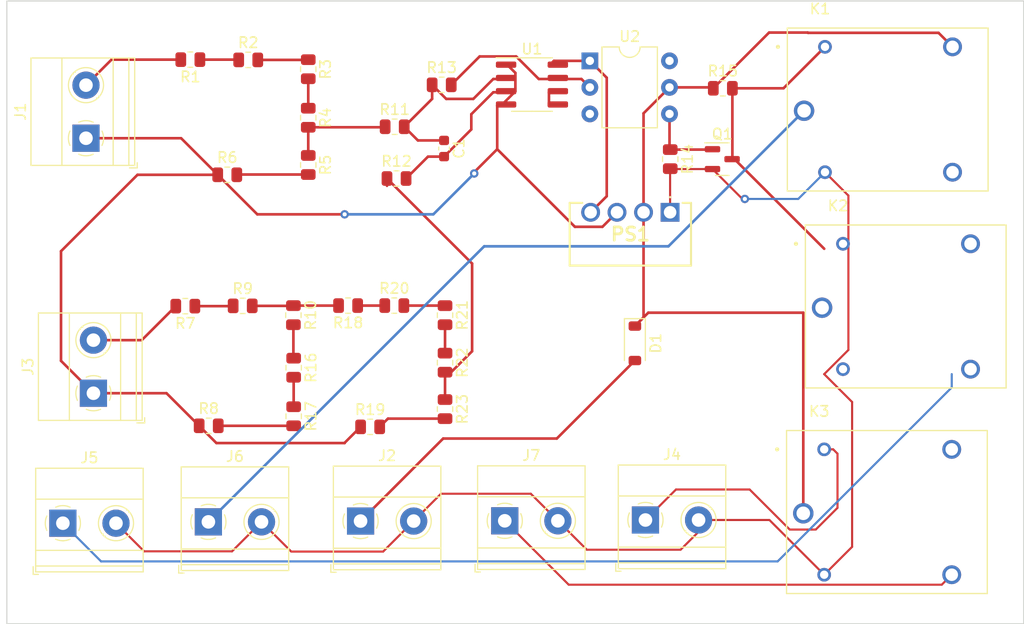
<source format=kicad_pcb>
(kicad_pcb (version 20221018) (generator pcbnew)
  (layers (0 "F.Cu" signal) (31 "B.Cu" signal) (34 "B.Paste" user) (35 "F.Paste" user) (36 "B.SilkS" user "B.Silkscreen") (37 "F.SilkS" user "F.Silkscreen") (38 "B.Mask" user) (39 "F.Mask" user) (44 "Edge.Cuts" user))
  (net 0 "")
  (net 1 "Net-(U1-+)")
  (net 2 "Net-(U1--)")
  (net 3 "GND")
  (net 4 "VCC")
  (net 5 "Net-(D1-A)")
  (net 6 "Net-(J1-Pin_2)")
  (net 7 "SDC-")
  (net 8 "Net-(J3-Pin_2)")
  (net 9 "SDC+")
  (net 10 "AIR+")
  (net 11 "precharge")
  (net 12 "AIR-")
  (net 14 "rpower")
  (net 17 "+12V")
  (net 18 "Net-(Q1-G)")
  (net 19 "Net-(R1-Pad1)")
  (net 20 "Net-(R2-Pad2)")
  (net 21 "Net-(R3-Pad2)")
  (net 22 "Net-(R11-Pad1)")
  (net 23 "Net-(R5-Pad2)")
  (net 24 "Net-(R7-Pad1)")
  (net 25 "Net-(R17-Pad2)")
  (net 26 "Net-(R10-Pad1)")
  (net 27 "Net-(R10-Pad2)")
  (net 28 "Net-(R12-Pad1)")
  (net 29 "Net-(R13-Pad2)")
  (net 30 "Net-(R16-Pad2)")
  (net 31 "Net-(R18-Pad1)")
  (net 32 "Net-(R19-Pad2)")
  (net 33 "Net-(R20-Pad2)")
  (net 34 "Net-(R21-Pad2)")
  (net 35 "Net-(U1-BAL)")
  (footprint "SRD-12VDC-SL-C:RELAY_SRD-12VDC-SL-C" (layer "F.Cu") (at 123.2876 63.6072)
    (fp_text reference "K2" (at -6.575 -9.635) (layer "F.SilkS"))
    (fp_text value "SRD-12VDC-SL-C")
    (pad "COIL1" thru_hole circle (at -6.1 -6) (size 1.308 1.308) (drill 0.8) (layers "*.Cu" "*.Mask") (net 14 "rpower"))
    (pad "COIL2" thru_hole circle (at -6.1 6) (size 1.308 1.308) (drill 0.8) (layers "*.Cu" "*.Mask") (net 7 "SDC-"))
    (pad "COM" thru_hole circle (at -8.1 0.12) (size 1.95 1.95) (drill 1.3) (layers "*.Cu" "*.Mask") (net 4 "VCC"))
    (pad "NC" thru_hole circle (at 6.1 -6) (size 1.8 1.8) (drill 1.2) (layers "*.Cu" "*.Mask"))
    (pad "NO" thru_hole circle (at 6.1 6) (size 1.8 1.8) (drill 1.2) (layers "*.Cu" "*.Mask") (net 10 "AIR+"))
  )
  (footprint "TerminalBlock_Phoenix:TerminalBlock_Phoenix_MKDS-1,5-2-5.08_1x02_P5.08mm_Horizontal" (layer "F.Cu") (at 42.5704 84.3534)
    (fp_text reference "J5" (at 2.54 -6.26) (layer "F.SilkS"))
    (fp_text value "Screw_Terminal_01x02")
    (pad "1" thru_hole rect (at 0 0) (size 2.6 2.6) (drill 1.3) (layers "*.Cu" "*.Mask") (net 10 "AIR+"))
    (pad "2" thru_hole circle (at 5.08 0) (size 2.6 2.6) (drill 1.3) (layers "*.Cu" "*.Mask") (net 7 "SDC-"))
  )
  (footprint "SRD-12VDC-SL-C:RELAY_SRD-12VDC-SL-C" (layer "F.Cu") (at 121.5644 44.7548)
    (fp_text reference "K1" (at -6.575 -9.635) (layer "F.SilkS"))
    (fp_text value "SRD-12VDC-SL-C")
    (pad "COIL1" thru_hole circle (at -6.1 -6) (size 1.308 1.308) (drill 0.8) (layers "*.Cu" "*.Mask") (net 14 "rpower"))
    (pad "COIL2" thru_hole circle (at -6.1 6) (size 1.308 1.308) (drill 0.8) (layers "*.Cu" "*.Mask") (net 7 "SDC-"))
    (pad "COM" thru_hole circle (at -8.1 0.12) (size 1.95 1.95) (drill 1.3) (layers "*.Cu" "*.Mask") (net 11 "precharge"))
    (pad "NC" thru_hole circle (at 6.1 -6) (size 1.8 1.8) (drill 1.2) (layers "*.Cu" "*.Mask") (net 4 "VCC"))
    (pad "NO" thru_hole circle (at 6.1 6) (size 1.8 1.8) (drill 1.2) (layers "*.Cu" "*.Mask"))
  )
  (footprint "Resistor_SMD:R_0805_2012Metric" (layer "F.Cu") (at 54.7624 39.9796 180)
    (fp_text reference "R1" (at 0 -1.65) (layer "F.SilkS"))
    (fp_text value "120k")
    (pad "1" smd roundrect (at -0.9125 0 180) (size 1.025 1.4) (layers "F.Cu" "F.Paste" "F.Mask") (roundrect_rratio 0.243902) (net 19 "Net-(R1-Pad1)"))
    (pad "2" smd roundrect (at 0.9125 0 180) (size 1.025 1.4) (layers "F.Cu" "F.Paste" "F.Mask") (roundrect_rratio 0.243902) (net 6 "Net-(J1-Pin_2)"))
  )
  (footprint "TerminalBlock_Phoenix:TerminalBlock_Phoenix_MKDS-1,5-2-5.08_1x02_P5.08mm_Horizontal" (layer "F.Cu") (at 44.7804 47.503 90)
    (fp_text reference "J1" (at 2.54 -6.26 90) (layer "F.SilkS"))
    (fp_text value "Conn_01x02_Socket")
    (pad "1" thru_hole rect (at 0 0 90) (size 2.6 2.6) (drill 1.3) (layers "*.Cu" "*.Mask") (net 3 "GND"))
    (pad "2" thru_hole circle (at 5.08 0 90) (size 2.6 2.6) (drill 1.3) (layers "*.Cu" "*.Mask") (net 6 "Net-(J1-Pin_2)"))
  )
  (footprint "Resistor_SMD:R_0805_2012Metric" (layer "F.Cu") (at 74.484 51.3588)
    (fp_text reference "R12" (at 0 -1.65) (layer "F.SilkS"))
    (fp_text value "100")
    (pad "1" smd roundrect (at -0.9125 0) (size 1.025 1.4) (layers "F.Cu" "F.Paste" "F.Mask") (roundrect_rratio 0.243902) (net 28 "Net-(R12-Pad1)"))
    (pad "2" smd roundrect (at 0.9125 0) (size 1.025 1.4) (layers "F.Cu" "F.Paste" "F.Mask") (roundrect_rratio 0.243902) (net 2 "Net-(U1--)"))
  )
  (footprint "Resistor_SMD:R_0805_2012Metric" (layer "F.Cu") (at 59.7681 63.5508)
    (fp_text reference "R9" (at 0 -1.65) (layer "F.SilkS"))
    (fp_text value "10k")
    (pad "1" smd roundrect (at -0.9125 0) (size 1.025 1.4) (layers "F.Cu" "F.Paste" "F.Mask") (roundrect_rratio 0.243902) (net 24 "Net-(R7-Pad1)"))
    (pad "2" smd roundrect (at 0.9125 0) (size 1.025 1.4) (layers "F.Cu" "F.Paste" "F.Mask") (roundrect_rratio 0.243902) (net 26 "Net-(R10-Pad1)"))
  )
  (footprint "Resistor_SMD:R_0805_2012Metric" (layer "F.Cu") (at 64.6195 64.4398 -90)
    (fp_text reference "R10" (at 0 -1.65 90) (layer "F.SilkS"))
    (fp_text value "120k")
    (pad "1" smd roundrect (at -0.9125 0 270) (size 1.025 1.4) (layers "F.Cu" "F.Paste" "F.Mask") (roundrect_rratio 0.243902) (net 26 "Net-(R10-Pad1)"))
    (pad "2" smd roundrect (at 0.9125 0 270) (size 1.025 1.4) (layers "F.Cu" "F.Paste" "F.Mask") (roundrect_rratio 0.243902) (net 27 "Net-(R10-Pad2)"))
  )
  (footprint "Resistor_SMD:R_0805_2012Metric" (layer "F.Cu") (at 64.6449 69.469 -90)
    (fp_text reference "R16" (at 0 -1.65 90) (layer "F.SilkS"))
    (fp_text value "120k")
    (pad "1" smd roundrect (at -0.9125 0 270) (size 1.025 1.4) (layers "F.Cu" "F.Paste" "F.Mask") (roundrect_rratio 0.243902) (net 27 "Net-(R10-Pad2)"))
    (pad "2" smd roundrect (at 0.9125 0 270) (size 1.025 1.4) (layers "F.Cu" "F.Paste" "F.Mask") (roundrect_rratio 0.243902) (net 30 "Net-(R16-Pad2)"))
  )
  (footprint "Resistor_SMD:R_0805_2012Metric" (layer "F.Cu") (at 100.6625 49.5046 -90)
    (fp_text reference "R14" (at 0 -1.65 90) (layer "F.SilkS"))
    (fp_text value "10k")
    (pad "1" smd roundrect (at -0.9125 0 270) (size 1.025 1.4) (layers "F.Cu" "F.Paste" "F.Mask") (roundrect_rratio 0.243902) (net 18 "Net-(Q1-G)"))
    (pad "2" smd roundrect (at 0.9125 0 270) (size 1.025 1.4) (layers "F.Cu" "F.Paste" "F.Mask") (roundrect_rratio 0.243902) (net 7 "SDC-"))
  )
  (footprint "Resistor_SMD:R_0805_2012Metric" (layer "F.Cu") (at 69.8519 63.5254 180)
    (fp_text reference "R18" (at 0 -1.65) (layer "F.SilkS"))
    (fp_text value "120k")
    (pad "1" smd roundrect (at -0.9125 0 180) (size 1.025 1.4) (layers "F.Cu" "F.Paste" "F.Mask") (roundrect_rratio 0.243902) (net 31 "Net-(R18-Pad1)"))
    (pad "2" smd roundrect (at 0.9125 0 180) (size 1.025 1.4) (layers "F.Cu" "F.Paste" "F.Mask") (roundrect_rratio 0.243902) (net 26 "Net-(R10-Pad1)"))
  )
  (footprint "TerminalBlock_Phoenix:TerminalBlock_Phoenix_MKDS-1,5-2-5.08_1x02_P5.08mm_Horizontal" (layer "F.Cu") (at 71.0438 84.1502)
    (fp_text reference "J2" (at 2.54 -6.26) (layer "F.SilkS"))
    (fp_text value "Screw_Terminal_01x02")
    (pad "1" thru_hole rect (at 0 0) (size 2.6 2.6) (drill 1.3) (layers "*.Cu" "*.Mask") (net 5 "Net-(D1-A)"))
    (pad "2" thru_hole circle (at 5.08 0) (size 2.6 2.6) (drill 1.3) (layers "*.Cu" "*.Mask") (net 7 "SDC-"))
  )
  (footprint "Resistor_SMD:R_0805_2012Metric" (layer "F.Cu") (at 66.04 45.5422 -90)
    (fp_text reference "R4" (at 0 -1.65 90) (layer "F.SilkS"))
    (fp_text value "2k")
    (pad "1" smd roundrect (at -0.9125 0 270) (size 1.025 1.4) (layers "F.Cu" "F.Paste" "F.Mask") (roundrect_rratio 0.243902) (net 21 "Net-(R3-Pad2)"))
    (pad "2" smd roundrect (at 0.9125 0 270) (size 1.025 1.4) (layers "F.Cu" "F.Paste" "F.Mask") (roundrect_rratio 0.243902) (net 22 "Net-(R11-Pad1)"))
  )
  (footprint "TerminalBlock_Phoenix:TerminalBlock_Phoenix_MKDS-1,5-2-5.08_1x02_P5.08mm_Horizontal" (layer "F.Cu") (at 98.293 84.0488)
    (fp_text reference "J4" (at 2.54 -6.26) (layer "F.SilkS"))
    (fp_text value "Screw_Terminal_01x02")
    (pad "1" thru_hole rect (at 0 0) (size 2.6 2.6) (drill 1.3) (layers "*.Cu" "*.Mask") (net 9 "SDC+"))
    (pad "2" thru_hole circle (at 5.08 0) (size 2.6 2.6) (drill 1.3) (layers "*.Cu" "*.Mask") (net 7 "SDC-"))
  )
  (footprint "TerminalBlock_Phoenix:TerminalBlock_Phoenix_MKDS-1,5-2-5.08_1x02_P5.08mm_Horizontal" (layer "F.Cu") (at 45.4935 71.9124 90)
    (fp_text reference "J3" (at 2.54 -6.26 90) (layer "F.SilkS"))
    (fp_text value "Conn_01x02_Socket")
    (pad "1" thru_hole rect (at 0 0 90) (size 2.6 2.6) (drill 1.3) (layers "*.Cu" "*.Mask") (net 3 "GND"))
    (pad "2" thru_hole circle (at 5.08 0 90) (size 2.6 2.6) (drill 1.3) (layers "*.Cu" "*.Mask") (net 8 "Net-(J3-Pin_2)"))
  )
  (footprint "Resistor_SMD:R_0805_2012Metric" (layer "F.Cu") (at 105.6936 42.7228)
    (fp_text reference "R15" (at 0 -1.65) (layer "F.SilkS"))
    (fp_text value "22k")
    (pad "1" smd roundrect (at -0.9125 0) (size 1.025 1.4) (layers "F.Cu" "F.Paste" "F.Mask") (roundrect_rratio 0.243902) (net 4 "VCC"))
    (pad "2" smd roundrect (at 0.9125 0) (size 1.025 1.4) (layers "F.Cu" "F.Paste" "F.Mask") (roundrect_rratio 0.243902) (net 14 "rpower"))
  )
  (footprint "SRD-12VDC-SL-C:RELAY_SRD-12VDC-SL-C" (layer "F.Cu") (at 121.4882 83.2866)
    (fp_text reference "K3" (at -6.575 -9.635) (layer "F.SilkS"))
    (fp_text value "SRD-12VDC-SL-C")
    (pad "COIL1" thru_hole circle (at -6.1 -6) (size 1.308 1.308) (drill 0.8) (layers "*.Cu" "*.Mask") (net 9 "SDC+"))
    (pad "COIL2" thru_hole circle (at -6.1 6) (size 1.308 1.308) (drill 0.8) (layers "*.Cu" "*.Mask") (net 7 "SDC-"))
    (pad "COM" thru_hole circle (at -8.1 0.12) (size 1.95 1.95) (drill 1.3) (layers "*.Cu" "*.Mask") (net 4 "VCC"))
    (pad "NC" thru_hole circle (at 6.1 -6) (size 1.8 1.8) (drill 1.2) (layers "*.Cu" "*.Mask"))
    (pad "NO" thru_hole circle (at 6.1 6) (size 1.8 1.8) (drill 1.2) (layers "*.Cu" "*.Mask") (net 12 "AIR-"))
  )
  (footprint "Package_SO:SOIC-8_3.9x4.9mm_P1.27mm" (layer "F.Cu") (at 87.438 42.3672)
    (fp_text reference "U1" (at 0 -3.4) (layer "F.SilkS"))
    (fp_text value "LM311")
    (pad "1" smd roundrect (at -2.475 -1.905) (size 1.95 0.6) (layers "F.Cu" "F.Paste" "F.Mask") (net 3 "GND"))
    (pad "2" smd roundrect (at -2.475 -0.635) (size 1.95 0.6) (layers "F.Cu" "F.Paste" "F.Mask") (net 1 "Net-(U1-+)"))
    (pad "3" smd roundrect (at -2.475 0.635) (size 1.95 0.6) (layers "F.Cu" "F.Paste" "F.Mask") (net 2 "Net-(U1--)"))
    (pad "4" smd roundrect (at -2.475 1.905) (size 1.95 0.6) (layers "F.Cu" "F.Paste" "F.Mask") (net 3 "GND"))
    (pad "5" smd roundrect (at 2.475 1.905) (size 1.95 0.6) (layers "F.Cu" "F.Paste" "F.Mask") (net 35 "Net-(U1-BAL)"))
    (pad "6" smd roundrect (at 2.475 0.635) (size 1.95 0.6) (layers "F.Cu" "F.Paste" "F.Mask") (net 35 "Net-(U1-BAL)"))
    (pad "7" smd roundrect (at 2.475 -0.635) (size 1.95 0.6) (layers "F.Cu" "F.Paste" "F.Mask") (net 29 "Net-(R13-Pad2)"))
    (pad "8" smd roundrect (at 2.475 -1.905) (size 1.95 0.6) (layers "F.Cu" "F.Paste" "F.Mask") (net 17 "+12V"))
  )
  (footprint "Resistor_SMD:R_0805_2012Metric" (layer "F.Cu") (at 79.1229 64.4417 -90)
    (fp_text reference "R21" (at 0 -1.65 90) (layer "F.SilkS"))
    (fp_text value "82k")
    (pad "1" smd roundrect (at -0.9125 0 270) (size 1.025 1.4) (layers "F.Cu" "F.Paste" "F.Mask") (roundrect_rratio 0.243902) (net 33 "Net-(R20-Pad2)"))
    (pad "2" smd roundrect (at 0.9125 0 270) (size 1.025 1.4) (layers "F.Cu" "F.Paste" "F.Mask") (roundrect_rratio 0.243902) (net 34 "Net-(R21-Pad2)"))
  )
  (footprint "Resistor_SMD:R_0805_2012Metric" (layer "F.Cu") (at 79.1229 68.9864 -90)
    (fp_text reference "R22" (at 0 -1.65 90) (layer "F.SilkS"))
    (fp_text value "2k")
    (pad "1" smd roundrect (at -0.9125 0 270) (size 1.025 1.4) (layers "F.Cu" "F.Paste" "F.Mask") (roundrect_rratio 0.243902) (net 34 "Net-(R21-Pad2)"))
    (pad "2" smd roundrect (at 0.9125 0 270) (size 1.025 1.4) (layers "F.Cu" "F.Paste" "F.Mask") (roundrect_rratio 0.243902) (net 28 "Net-(R12-Pad1)"))
  )
  (footprint "Capacitor_SMD:C_0603_1608Metric" (layer "F.Cu") (at 79.0306 48.4886 -90)
    (fp_text reference "C1" (at 0 -1.43 90) (layer "F.SilkS"))
    (fp_text value "10n")
    (pad "1" smd roundrect (at -0.775 0 270) (size 0.9 0.95) (layers "F.Cu" "F.Paste" "F.Mask") (net 1 "Net-(U1-+)"))
    (pad "2" smd roundrect (at 0.775 0 270) (size 0.9 0.95) (layers "F.Cu" "F.Paste" "F.Mask") (net 2 "Net-(U1--)"))
  )
  (footprint "Resistor_SMD:R_0805_2012Metric" (layer "F.Cu") (at 74.2715 63.5254)
    (fp_text reference "R20" (at 0 -1.65) (layer "F.SilkS"))
    (fp_text value "120k")
    (pad "1" smd roundrect (at -0.9125 0) (size 1.025 1.4) (layers "F.Cu" "F.Paste" "F.Mask") (roundrect_rratio 0.243902) (net 31 "Net-(R18-Pad1)"))
    (pad "2" smd roundrect (at 0.9125 0) (size 1.025 1.4) (layers "F.Cu" "F.Paste" "F.Mask") (roundrect_rratio 0.243902) (net 33 "Net-(R20-Pad2)"))
  )
  (footprint "Package_TO_SOT_SMD:SOT-23" (layer "F.Cu") (at 105.6409 49.5046)
    (fp_text reference "Q1" (at 0 -2.4) (layer "F.SilkS"))
    (fp_text value "2N7002")
    (pad "1" smd roundrect (at -0.9375 -0.95) (size 1.475 0.6) (layers "F.Cu" "F.Paste" "F.Mask") (net 18 "Net-(Q1-G)"))
    (pad "2" smd roundrect (at -0.9375 0.95) (size 1.475 0.6) (layers "F.Cu" "F.Paste" "F.Mask") (net 7 "SDC-"))
    (pad "3" smd roundrect (at 0.9375 0) (size 1.475 0.6) (layers "F.Cu" "F.Paste" "F.Mask") (net 14 "rpower"))
  )
  (footprint "Resistor_SMD:R_0805_2012Metric" (layer "F.Cu") (at 54.2817 63.5762 180)
    (fp_text reference "R7" (at 0 -1.65) (layer "F.SilkS"))
    (fp_text value "10k")
    (pad "1" smd roundrect (at -0.9125 0 180) (size 1.025 1.4) (layers "F.Cu" "F.Paste" "F.Mask") (roundrect_rratio 0.243902) (net 24 "Net-(R7-Pad1)"))
    (pad "2" smd roundrect (at 0.9125 0 180) (size 1.025 1.4) (layers "F.Cu" "F.Paste" "F.Mask") (roundrect_rratio 0.243902) (net 8 "Net-(J3-Pin_2)"))
  )
  (footprint "Resistor_SMD:R_0805_2012Metric" (layer "F.Cu") (at 71.9601 75.1332)
    (fp_text reference "R19" (at 0 -1.65) (layer "F.SilkS"))
    (fp_text value "1k")
    (pad "1" smd roundrect (at -0.9125 0) (size 1.025 1.4) (layers "F.Cu" "F.Paste" "F.Mask") (roundrect_rratio 0.243902) (net 3 "GND"))
    (pad "2" smd roundrect (at 0.9125 0) (size 1.025 1.4) (layers "F.Cu" "F.Paste" "F.Mask") (roundrect_rratio 0.243902) (net 32 "Net-(R19-Pad2)"))
  )
  (footprint "Resistor_SMD:R_0805_2012Metric" (layer "F.Cu") (at 66.04 40.8959 -90)
    (fp_text reference "R3" (at 0 -1.65 90) (layer "F.SilkS"))
    (fp_text value "82k")
    (pad "1" smd roundrect (at -0.9125 0 270) (size 1.025 1.4) (layers "F.Cu" "F.Paste" "F.Mask") (roundrect_rratio 0.243902) (net 20 "Net-(R2-Pad2)"))
    (pad "2" smd roundrect (at 0.9125 0 270) (size 1.025 1.4) (layers "F.Cu" "F.Paste" "F.Mask") (roundrect_rratio 0.243902) (net 21 "Net-(R3-Pad2)"))
  )
  (footprint "Package_DIP:DIP-6_W7.62mm" (layer "F.Cu") (at 92.974 40.0962)
    (fp_text reference "U2" (at 3.81 -2.33) (layer "F.SilkS"))
    (fp_text value "4N35")
    (pad "1" thru_hole rect (at 0 0) (size 1.6 1.6) (drill 0.8) (layers "*.Cu" "*.Mask") (net 17 "+12V"))
    (pad "2" thru_hole oval (at 0 2.54) (size 1.6 1.6) (drill 0.8) (layers "*.Cu" "*.Mask") (net 29 "Net-(R13-Pad2)"))
    (pad "3" thru_hole oval (at 0 5.08) (size 1.6 1.6) (drill 0.8) (layers "*.Cu" "*.Mask"))
    (pad "4" thru_hole oval (at 7.62 5.08) (size 1.6 1.6) (drill 0.8) (layers "*.Cu" "*.Mask") (net 18 "Net-(Q1-G)"))
    (pad "5" thru_hole oval (at 7.62 2.54) (size 1.6 1.6) (drill 0.8) (layers "*.Cu" "*.Mask") (net 4 "VCC"))
    (pad "6" thru_hole oval (at 7.62 0) (size 1.6 1.6) (drill 0.8) (layers "*.Cu" "*.Mask"))
  )
  (footprint "IEB0112S12:IEB0112S12" (layer "F.Cu") (at 100.6502 54.5928 180)
    (fp_text reference "PS1" (at 3.8 -2.1) (layer "F.SilkS") (effects (font (size 1.27 1.27) (thickness 0.254))))
    (fp_text value "IEB0112S12" hide)
    (pad "1" thru_hole rect (at 0 0 180) (size 1.8 1.8) (drill 1.2) (layers "*.Cu" "*.Mask") (net 7 "SDC-"))
    (pad "2" thru_hole circle (at 2.54 0 180) (size 1.8 1.8) (drill 1.2) (layers "*.Cu" "*.Mask") (net 4 "VCC"))
    (pad "3" thru_hole circle (at 5.08 0 180) (size 1.8 1.8) (drill 1.2) (layers "*.Cu" "*.Mask") (net 3 "GND"))
    (pad "4" thru_hole circle (at 7.6 0 180) (size 1.8 1.8) (drill 1.2) (layers "*.Cu" "*.Mask") (net 17 "+12V"))
  )
  (footprint "Resistor_SMD:R_0805_2012Metric" (layer "F.Cu") (at 66.04 50.0634 -90)
    (fp_text reference "R5" (at 0 -1.65 90) (layer "F.SilkS"))
    (fp_text value "1k")
    (pad "1" smd roundrect (at -0.9125 0 270) (size 1.025 1.4) (layers "F.Cu" "F.Paste" "F.Mask") (roundrect_rratio 0.243902) (net 22 "Net-(R11-Pad1)"))
    (pad "2" smd roundrect (at 0.9125 0 270) (size 1.025 1.4) (layers "F.Cu" "F.Paste" "F.Mask") (roundrect_rratio 0.243902) (net 23 "Net-(R5-Pad2)"))
  )
  (footprint "TerminalBlock_Phoenix:TerminalBlock_Phoenix_MKDS-1,5-2-5.08_1x02_P5.08mm_Horizontal" (layer "F.Cu") (at 84.836 84.1248)
    (fp_text reference "J7" (at 2.54 -6.26) (layer "F.SilkS"))
    (fp_text value "Screw_Terminal_01x02")
    (pad "1" thru_hole rect (at 0 0) (size 2.6 2.6) (drill 1.3) (layers "*.Cu" "*.Mask") (net 12 "AIR-"))
    (pad "2" thru_hole circle (at 5.08 0) (size 2.6 2.6) (drill 1.3) (layers "*.Cu" "*.Mask") (net 7 "SDC-"))
  )
  (footprint "Diode_SMD:D_SOD-123" (layer "F.Cu") (at 97.282 67.1332 -90)
    (fp_text reference "D1" (at 0 -2 90) (layer "F.SilkS"))
    (fp_text value "1N4148W")
    (pad "1" smd roundrect (at -1.65 0 270) (size 0.9 1.2) (layers "F.Cu" "F.Paste" "F.Mask") (net 4 "VCC"))
    (pad "2" smd roundrect (at 1.65 0 270) (size 0.9 1.2) (layers "F.Cu" "F.Paste" "F.Mask") (net 5 "Net-(D1-A)"))
  )
  (footprint "Resistor_SMD:R_0805_2012Metric" (layer "F.Cu") (at 79.1229 73.4314 -90)
    (fp_text reference "R23" (at 0 -1.65 90) (layer "F.SilkS"))
    (fp_text value "1k")
    (pad "1" smd roundrect (at -0.9125 0 270) (size 1.025 1.4) (layers "F.Cu" "F.Paste" "F.Mask") (roundrect_rratio 0.243902) (net 28 "Net-(R12-Pad1)"))
    (pad "2" smd roundrect (at 0.9125 0 270) (size 1.025 1.4) (layers "F.Cu" "F.Paste" "F.Mask") (roundrect_rratio 0.243902) (net 32 "Net-(R19-Pad2)"))
  )
  (footprint "Resistor_SMD:R_0805_2012Metric" (layer "F.Cu") (at 58.293 51.0032)
    (fp_text reference "R6" (at 0 -1.65) (layer "F.SilkS"))
    (fp_text value "1k")
    (pad "1" smd roundrect (at -0.9125 0) (size 1.025 1.4) (layers "F.Cu" "F.Paste" "F.Mask") (roundrect_rratio 0.243902) (net 3 "GND"))
    (pad "2" smd roundrect (at 0.9125 0) (size 1.025 1.4) (layers "F.Cu" "F.Paste" "F.Mask") (roundrect_rratio 0.243902) (net 23 "Net-(R5-Pad2)"))
  )
  (footprint "Resistor_SMD:R_0805_2012Metric" (layer "F.Cu") (at 74.3062 46.4058)
    (fp_text reference "R11" (at 0 -1.65) (layer "F.SilkS"))
    (fp_text value "100")
    (pad "1" smd roundrect (at -0.9125 0) (size 1.025 1.4) (layers "F.Cu" "F.Paste" "F.Mask") (roundrect_rratio 0.243902) (net 22 "Net-(R11-Pad1)"))
    (pad "2" smd roundrect (at 0.9125 0) (size 1.025 1.4) (layers "F.Cu" "F.Paste" "F.Mask") (roundrect_rratio 0.243902) (net 1 "Net-(U1-+)"))
  )
  (footprint "TerminalBlock_Phoenix:TerminalBlock_Phoenix_MKDS-1,5-2-5.08_1x02_P5.08mm_Horizontal" (layer "F.Cu") (at 56.4896 84.2264)
    (fp_text reference "J6" (at 2.54 -6.26) (layer "F.SilkS"))
    (fp_text value "Screw_Terminal_01x02")
    (pad "1" thru_hole rect (at 0 0) (size 2.6 2.6) (drill 1.3) (layers "*.Cu" "*.Mask") (net 11 "precharge"))
    (pad "2" thru_hole circle (at 5.08 0) (size 2.6 2.6) (drill 1.3) (layers "*.Cu" "*.Mask") (net 7 "SDC-"))
  )
  (footprint "Resistor_SMD:R_0805_2012Metric" (layer "F.Cu") (at 78.802 42.3926)
    (fp_text reference "R13" (at 0 -1.65) (layer "F.SilkS"))
    (fp_text value "1M")
    (pad "1" smd roundrect (at -0.9125 0) (size 1.025 1.4) (layers "F.Cu" "F.Paste" "F.Mask") (roundrect_rratio 0.243902) (net 1 "Net-(U1-+)"))
    (pad "2" smd roundrect (at 0.9125 0) (size 1.025 1.4) (layers "F.Cu" "F.Paste" "F.Mask") (roundrect_rratio 0.243902) (net 29 "Net-(R13-Pad2)"))
  )
  (footprint "Resistor_SMD:R_0805_2012Metric" (layer "F.Cu") (at 64.6449 74.1172 -90)
    (fp_text reference "R17" (at 0 -1.65 90) (layer "F.SilkS"))
    (fp_text value "80k")
    (pad "1" smd roundrect (at -0.9125 0 270) (size 1.025 1.4) (layers "F.Cu" "F.Paste" "F.Mask") (roundrect_rratio 0.243902) (net 30 "Net-(R16-Pad2)"))
    (pad "2" smd roundrect (at 0.9125 0 270) (size 1.025 1.4) (layers "F.Cu" "F.Paste" "F.Mask") (roundrect_rratio 0.243902) (net 25 "Net-(R17-Pad2)"))
  )
  (footprint "Resistor_SMD:R_0805_2012Metric" (layer "F.Cu") (at 56.5169 75.0316)
    (fp_text reference "R8" (at 0 -1.65) (layer "F.SilkS"))
    (fp_text value "60k")
    (pad "1" smd roundrect (at -0.9125 0) (size 1.025 1.4) (layers "F.Cu" "F.Paste" "F.Mask") (roundrect_rratio 0.243902) (net 3 "GND"))
    (pad "2" smd roundrect (at 0.9125 0) (size 1.025 1.4) (layers "F.Cu" "F.Paste" "F.Mask") (roundrect_rratio 0.243902) (net 25 "Net-(R17-Pad2)"))
  )
  (footprint "Resistor_SMD:R_0805_2012Metric" (layer "F.Cu") (at 60.2996 40.005)
    (fp_text reference "R2" (at 0 -1.65) (layer "F.SilkS"))
    (fp_text value "120k")
    (pad "1" smd roundrect (at -0.9125 0) (size 1.025 1.4) (layers "F.Cu" "F.Paste" "F.Mask") (roundrect_rratio 0.243902) (net 19 "Net-(R1-Pad1)"))
    (pad "2" smd roundrect (at 0.9125 0) (size 1.025 1.4) (layers "F.Cu" "F.Paste" "F.Mask") (roundrect_rratio 0.243902) (net 20 "Net-(R2-Pad2)"))
  )
  (gr_rect (start 37.211 34.3662) (end 134.4676 93.98) (stroke (width 0.1)) (fill none) (layer "Edge.Cuts"))
  (segment (start 75.2187 46.4058) (end 76.5265 47.7136) (width 0.25) (layer "F.Cu") (net 1))
  (segment (start 75.2187 46.4058) (end 77.8895 43.735) (width 0.25) (layer "F.Cu") (net 1))
  (segment (start 81.831849 43.7388) (end 83.736849 41.8338) (width 0.25) (layer "F.Cu") (net 1))
  (segment (start 83.736849 41.8338) (end 84.1136 41.8338) (width 0.25) (layer "F.Cu") (net 1))
  (segment (start 76.5265 47.7136) (end 79.0306 47.7136) (width 0.25) (layer "F.Cu") (net 1))
  (segment (start 77.8895 43.735) (end 77.8895 42.3926) (width 0.25) (layer "F.Cu") (net 1))
  (segment (start 79.2357 43.7388) (end 81.831849 43.7388) (width 0.25) (layer "F.Cu") (net 1))
  (segment (start 77.8895 42.3926) (end 79.2357 43.7388) (width 0.25) (layer "F.Cu") (net 1))
  (segment (start 81.6356 46.6586) (end 79.0306 49.2636) (width 0.25) (layer "F.Cu") (net 2))
  (segment (start 77.4917 49.2636) (end 75.3965 51.3588) (width 0.25) (layer "F.Cu") (net 2))
  (segment (start 81.6356 45.205049) (end 81.6356 46.6586) (width 0.25) (layer "F.Cu") (net 2))
  (segment (start 84.1136 43.1038) (end 83.736849 43.1038) (width 0.25) (layer "F.Cu") (net 2))
  (segment (start 79.0306 49.2636) (end 77.4917 49.2636) (width 0.25) (layer "F.Cu") (net 2))
  (segment (start 83.736849 43.1038) (end 81.6356 45.205049) (width 0.25) (layer "F.Cu") (net 2))
  (segment (start 49.7078 51.0032) (end 42.3926 58.3184) (width 0.25) (layer "F.Cu") (net 3))
  (segment (start 55.6044 75.0316) (end 57.2554 76.6826) (width 0.25) (layer "F.Cu") (net 3))
  (segment (start 57.3805 51.0032) (end 49.7078 51.0032) (width 0.25) (layer "F.Cu") (net 3))
  (segment (start 81.915 50.8762) (end 81.915 50.7522) (width 0.25) (layer "F.Cu") (net 3))
  (segment (start 61.1651 54.7878) (end 69.5198 54.7878) (width 0.25) (layer "F.Cu") (net 3))
  (segment (start 84.1136 40.5638) (end 85.1662 40.5638) (width 0.25) (layer "F.Cu") (net 3))
  (segment (start 85.852 41.2496) (end 85.852 43.012151) (width 0.25) (layer "F.Cu") (net 3))
  (segment (start 85.1662 40.5638) (end 85.852 41.2496) (width 0.25) (layer "F.Cu") (net 3))
  (segment (start 85.852 43.012151) (end 84.490351 44.3738) (width 0.25) (layer "F.Cu") (net 3))
  (segment (start 42.3926 68.8115) (end 45.4935 71.9124) (width 0.25) (layer "F.Cu") (net 3))
  (segment (start 81.915 50.7522) (end 84.1136 48.5536) (width 0.25) (layer "F.Cu") (net 3))
  (segment (start 42.3926 58.3184) (end 42.3926 68.8115) (width 0.25) (layer "F.Cu") (net 3))
  (segment (start 84.1136 48.5536) (end 91.5416 55.9816) (width 0.25) (layer "F.Cu") (net 3))
  (segment (start 94.1814 55.9816) (end 95.5702 54.5928) (width 0.25) (layer "F.Cu") (net 3))
  (segment (start 57.2554 76.6826) (end 69.5198 76.6826) (width 0.25) (layer "F.Cu") (net 3))
  (segment (start 53.8803 47.503) (end 44.7804 47.503) (width 0.25) (layer "F.Cu") (net 3))
  (segment (start 69.5198 76.661) (end 71.0476 75.1332) (width 0.25) (layer "F.Cu") (net 3))
  (segment (start 57.3805 51.0032) (end 61.1651 54.7878) (width 0.25) (layer "F.Cu") (net 3))
  (segment (start 84.1136 44.3738) (end 84.1136 48.5536) (width 0.25) (layer "F.Cu") (net 3))
  (segment (start 45.4935 71.9124) (end 52.4852 71.9124) (width 0.25) (layer "F.Cu") (net 3))
  (segment (start 69.5198 76.6826) (end 69.5198 76.661) (width 0.25) (layer "F.Cu") (net 3))
  (segment (start 91.5416 55.9816) (end 94.1814 55.9816) (width 0.25) (layer "F.Cu") (net 3))
  (segment (start 84.490351 44.3738) (end 84.1136 44.3738) (width 0.25) (layer "F.Cu") (net 3))
  (segment (start 57.3805 51.0032) (end 53.8803 47.503) (width 0.25) (layer "F.Cu") (net 3))
  (segment (start 52.4852 71.9124) (end 55.6044 75.0316) (width 0.25) (layer "F.Cu") (net 3))
  (via (at 81.915 50.8762) (size 0.8) (drill 0.4) (layers "F.Cu" "B.Cu") (net 3))
  (via (at 69.5198 54.7878) (size 0.8) (drill 0.4) (layers "F.Cu" "B.Cu") (net 3))
  (segment (start 78.0034 54.7878) (end 69.5198 54.7878) (width 0.25) (layer "B.Cu") (net 3))
  (segment (start 81.915 50.8762) (end 78.0034 54.7878) (width 0.25) (layer "B.Cu") (net 3))
  (segment (start 98.1102 54.5928) (end 98.1102 64.655) (width 0.25) (layer "F.Cu") (net 4))
  (segment (start 98.1102 64.655) (end 97.282 65.4832) (width 0.25) (layer "F.Cu") (net 4))
  (segment (start 104.6945 42.6362) (end 104.7811 42.7228) (width 0.25) (layer "F.Cu") (net 4))
  (segment (start 100.594 42.6362) (end 104.6945 42.6362) (width 0.25) (layer "F.Cu") (net 4))
  (segment (start 113.3882 64.2042) (end 113.3882 83.4066) (width 0.25) (layer "F.Cu") (net 4))
  (segment (start 113.8428 37.4142) (end 113.8174 37.3888) (width 0.25) (layer "F.Cu") (net 4))
  (segment (start 126.3238 37.4142) (end 113.8428 37.4142) (width 0.25) (layer "F.Cu") (net 4))
  (segment (start 97.282 65.4832) (end 98.561 64.2042) (width 0.25) (layer "F.Cu") (net 4))
  (segment (start 113.8174 37.3888) (end 110.1151 37.3888) (width 0.25) (layer "F.Cu") (net 4))
  (segment (start 98.1102 54.5928) (end 98.1102 45.12) (width 0.25) (layer "F.Cu") (net 4))
  (segment (start 127.6644 38.7548) (end 126.3238 37.4142) (width 0.25) (layer "F.Cu") (net 4))
  (segment (start 110.1151 37.3888) (end 104.7811 42.7228) (width 0.25) (layer "F.Cu") (net 4))
  (segment (start 98.1102 45.12) (end 100.594 42.6362) (width 0.25) (layer "F.Cu") (net 4))
  (segment (start 98.561 64.2042) (end 113.3882 64.2042) (width 0.25) (layer "F.Cu") (net 4))
  (segment (start 78.9432 76.2508) (end 89.8144 76.2508) (width 0.25) (layer "F.Cu") (net 5))
  (segment (start 71.0438 84.1502) (end 78.9432 76.2508) (width 0.25) (layer "F.Cu") (net 5))
  (segment (start 89.8144 76.2508) (end 97.282 68.7832) (width 0.25) (layer "F.Cu") (net 5))
  (segment (start 47.2238 39.9796) (end 53.8499 39.9796) (width 0.25) (layer "F.Cu") (net 6))
  (segment (start 44.7804 42.423) (end 47.2238 39.9796) (width 0.25) (layer "F.Cu") (net 6))
  (segment (start 118.0592 72.7552) (end 118.0592 86.6156) (width 0.2) (layer "F.Cu") (net 7))
  (segment (start 89.916 84.1248) (end 92.6846 86.8934) (width 0.2) (layer "F.Cu") (net 7))
  (segment (start 115.4644 50.7548) (end 117.7036 52.994) (width 0.2) (layer "F.Cu") (net 7))
  (segment (start 107.7976 53.3146) (end 107.5634 53.3146) (width 0.2) (layer "F.Cu") (net 7))
  (segment (start 117.7036 67.7688) (end 115.3882 70.0842) (width 0.2) (layer "F.Cu") (net 7))
  (segment (start 73.2028 87.0712) (end 76.1238 84.1502) (width 0.2) (layer "F.Cu") (net 7))
  (segment (start 61.5696 84.2264) (end 64.4144 87.0712) (width 0.2) (layer "F.Cu") (net 7))
  (segment (start 115.3882 70.0842) (end 118.0592 72.7552) (width 0.2) (layer "F.Cu") (net 7))
  (segment (start 107.5634 53.3146) (end 104.7034 50.4546) (width 0.2) (layer "F.Cu") (net 7))
  (segment (start 103.373 84.0488) (end 110.1504 84.0488) (width 0.2) (layer "F.Cu") (net 7))
  (segment (start 100.6625 50.4171) (end 100.7 50.4546) (width 0.2) (layer "F.Cu") (net 7))
  (segment (start 117.7036 52.994) (end 117.7036 67.7688) (width 0.2) (layer "F.Cu") (net 7))
  (segment (start 87.3252 81.534) (end 89.916 84.1248) (width 0.2) (layer "F.Cu") (net 7))
  (segment (start 47.6504 84.3534) (end 50.3428 87.0458) (width 0.2) (layer "F.Cu") (net 7))
  (segment (start 110.1504 84.0488) (end 115.3882 89.2866) (width 0.2) (layer "F.Cu") (net 7))
  (segment (start 100.6625 50.4171) (end 100.6502 50.4294) (width 0.2) (layer "F.Cu") (net 7))
  (segment (start 101.6508 86.8934) (end 103.373 85.1712) (width 0.2) (layer "F.Cu") (net 7))
  (segment (start 50.3428 87.0458) (end 58.7502 87.0458) (width 0.2) (layer "F.Cu") (net 7))
  (segment (start 103.373 85.1712) (end 103.373 84.0488) (width 0.2) (layer "F.Cu") (net 7))
  (segment (start 118.0592 86.6156) (end 115.3882 89.2866) (width 0.2) (layer "F.Cu") (net 7))
  (segment (start 78.74 81.534) (end 87.3252 81.534) (width 0.2) (layer "F.Cu") (net 7))
  (segment (start 100.6502 50.4294) (end 100.6502 54.5928) (width 0.2) (layer "F.Cu") (net 7))
  (segment (start 100.7 50.4546) (end 104.7034 50.4546) (width 0.2) (layer "F.Cu") (net 7))
  (segment (start 58.7502 87.0458) (end 61.5696 84.2264) (width 0.2) (layer "F.Cu") (net 7))
  (segment (start 76.1238 84.1502) (end 78.74 81.534) (width 0.2) (layer "F.Cu") (net 7))
  (segment (start 92.6846 86.8934) (end 101.6508 86.8934) (width 0.2) (layer "F.Cu") (net 7))
  (segment (start 64.4144 87.0712) (end 73.2028 87.0712) (width 0.2) (layer "F.Cu") (net 7))
  (via (at 107.7976 53.3146) (size 0.8) (drill 0.4) (layers "F.Cu" "B.Cu") (net 7))
  (segment (start 112.9046 53.3146) (end 107.7976 53.3146) (width 0.2) (layer "B.Cu") (net 7))
  (segment (start 115.4644 50.7548) (end 112.9046 53.3146) (width 0.2) (layer "B.Cu") (net 7))
  (segment (start 45.4935 66.8324) (end 50.113 66.8324) (width 0.25) (layer "F.Cu") (net 8))
  (segment (start 50.113 66.8324) (end 53.3692 63.5762) (width 0.25) (layer "F.Cu") (net 8))
  (segment (start 115.3882 77.2866) (end 116.2502 77.2866) (width 0.2) (layer "F.Cu") (net 9))
  (segment (start 116.2502 77.2866) (end 116.6622 77.6986) (width 0.2) (layer "F.Cu") (net 9))
  (segment (start 101.2142 81.1276) (end 98.293 84.0488) (width 0.2) (layer "F.Cu") (net 9))
  (segment (start 114.5794 84.963) (end 112.0902 84.963) (width 0.2) (layer "F.Cu") (net 9))
  (segment (start 108.2548 81.1276) (end 101.2142 81.1276) (width 0.2) (layer "F.Cu") (net 9))
  (segment (start 112.0902 84.963) (end 108.2548 81.1276) (width 0.2) (layer "F.Cu") (net 9))
  (segment (start 116.6622 82.8802) (end 114.5794 84.963) (width 0.2) (layer "F.Cu") (net 9))
  (segment (start 116.6622 77.6986) (end 116.6622 82.8802) (width 0.2) (layer "F.Cu") (net 9))
  (segment (start 127.5882 70.0842) (end 127.5882 71.356992) (width 0.2) (layer "B.Cu") (net 10))
  (segment (start 110.934192 88.011) (end 46.228 88.011) (width 0.2) (layer "B.Cu") (net 10))
  (segment (start 127.5882 71.356992) (end 110.934192 88.011) (width 0.2) (layer "B.Cu") (net 10))
  (segment (start 46.228 88.011) (end 42.5704 84.3534) (width 0.2) (layer "B.Cu") (net 10))
  (segment (start 82.865702 57.850298) (end 56.4896 84.2264) (width 0.25) (layer "B.Cu") (net 11))
  (segment (start 113.4644 44.8748) (end 100.488902 57.850298) (width 0.25) (layer "B.Cu") (net 11))
  (segment (start 100.488902 57.850298) (end 82.865702 57.850298) (width 0.25) (layer "B.Cu") (net 11))
  (segment (start 126.6342 90.2406) (end 90.9518 90.2406) (width 0.2) (layer "F.Cu") (net 12))
  (segment (start 127.5882 89.2866) (end 126.6342 90.2406) (width 0.2) (layer "F.Cu") (net 12))
  (segment (start 90.9518 90.2406) (end 84.836 84.1248) (width 0.2) (layer "F.Cu") (net 12))
  (segment (start 106.5784 49.5046) (end 106.8086 49.5046) (width 0.25) (layer "F.Cu") (net 14))
  (segment (start 106.6061 42.7228) (end 106.6061 49.4769) (width 0.25) (layer "F.Cu") (net 14))
  (segment (start 111.4964 42.7228) (end 115.4644 38.7548) (width 0.25) (layer "F.Cu") (net 14))
  (segment (start 106.6061 42.7228) (end 111.4964 42.7228) (width 0.25) (layer "F.Cu") (net 14))
  (segment (start 106.8086 49.5046) (end 115.3882 58.0842) (width 0.25) (layer "F.Cu") (net 14))
  (segment (start 106.6061 49.4769) (end 106.5784 49.5046) (width 0.25) (layer "F.Cu") (net 14))
  (segment (start 89.5312 40.0962) (end 92.974 40.0962) (width 0.25) (layer "F.Cu") (net 17))
  (segment (start 92.974 40.0962) (end 94.5896 41.7118) (width 0.25) (layer "F.Cu") (net 17))
  (segment (start 89.0636 40.5638) (end 89.5312 40.0962) (width 0.25) (layer "F.Cu") (net 17))
  (segment (start 94.5896 53.0534) (end 93.0502 54.5928) (width 0.25) (layer "F.Cu") (net 17))
  (segment (start 94.5896 41.7118) (end 94.5896 53.0534) (width 0.25) (layer "F.Cu") (net 17))
  (segment (start 100.594 45.1762) (end 100.594 48.5236) (width 0.25) (layer "F.Cu") (net 18))
  (segment (start 104.6659 48.5921) (end 104.7034 48.5546) (width 0.25) (layer "F.Cu") (net 18))
  (segment (start 100.6625 48.5921) (end 104.6659 48.5921) (width 0.25) (layer "F.Cu") (net 18))
  (segment (start 100.594 48.5236) (end 100.6625 48.5921) (width 0.25) (layer "F.Cu") (net 18))
  (segment (start 55.6749 39.9796) (end 59.3617 39.9796) (width 0.25) (layer "F.Cu") (net 19))
  (segment (start 59.3617 39.9796) (end 59.3871 40.005) (width 0.25) (layer "F.Cu") (net 19))
  (segment (start 66.0184 40.005) (end 66.04 39.9834) (width 0.25) (layer "F.Cu") (net 20))
  (segment (start 61.2121 40.005) (end 66.0184 40.005) (width 0.25) (layer "F.Cu") (net 20))
  (segment (start 66.04 41.8084) (end 66.04 44.6297) (width 0.25) (layer "F.Cu") (net 21))
  (segment (start 66.04 46.4547) (end 73.3448 46.4547) (width 0.25) (layer "F.Cu") (net 22))
  (segment (start 73.3448 46.4547) (end 73.3937 46.4058) (width 0.25) (layer "F.Cu") (net 22))
  (segment (start 66.04 46.4547) (end 66.04 49.1509) (width 0.25) (layer "F.Cu") (net 22))
  (segment (start 59.2328 50.9759) (end 59.2055 51.0032) (width 0.25) (layer "F.Cu") (net 23))
  (segment (start 66.04 50.9759) (end 59.2328 50.9759) (width 0.25) (layer "F.Cu") (net 23))
  (segment (start 55.1942 63.5762) (end 58.8302 63.5762) (width 0.25) (layer "F.Cu") (net 24))
  (segment (start 58.8302 63.5762) (end 58.8556 63.5508) (width 0.25) (layer "F.Cu") (net 24))
  (segment (start 64.6449 75.0297) (end 57.4313 75.0297) (width 0.25) (layer "F.Cu") (net 25))
  (segment (start 57.4313 75.0297) (end 57.4294 75.0316) (width 0.25) (layer "F.Cu") (net 25))
  (segment (start 68.9375 63.5273) (end 68.9394 63.5254) (width 0.25) (layer "F.Cu") (net 26))
  (segment (start 60.6806 63.5508) (end 64.596 63.5508) (width 0.25) (layer "F.Cu") (net 26))
  (segment (start 64.596 63.5508) (end 64.6195 63.5273) (width 0.25) (layer "F.Cu") (net 26))
  (segment (start 64.6195 63.5273) (end 68.9375 63.5273) (width 0.25) (layer "F.Cu") (net 26))
  (segment (start 64.6195 68.5311) (end 64.6449 68.5565) (width 0.25) (layer "F.Cu") (net 27))
  (segment (start 64.6195 65.3523) (end 64.6195 68.5311) (width 0.25) (layer "F.Cu") (net 27))
  (segment (start 73.5715 51.3588) (end 81.7118 59.4991) (width 0.25) (layer "F.Cu") (net 28))
  (segment (start 81.7118 67.8942) (end 79.7071 69.8989) (width 0.25) (layer "F.Cu") (net 28))
  (segment (start 79.7071 69.8989) (end 79.1229 69.8989) (width 0.25) (layer "F.Cu") (net 28))
  (segment (start 73.5715 51.3588) (end 73.5715 52.0577) (width 0.25) (layer "F.Cu") (net 28))
  (segment (start 79.1229 69.8989) (end 79.1229 72.5189) (width 0.25) (layer "F.Cu") (net 28))
  (segment (start 81.7118 59.4991) (end 81.7118 67.8942) (width 0.25) (layer "F.Cu") (net 28))
  (segment (start 89.0636 41.8338) (end 92.1716 41.8338) (width 0.25) (layer "F.Cu") (net 29))
  (segment (start 92.1716 41.8338) (end 92.974 42.6362) (width 0.25) (layer "F.Cu") (net 29))
  (segment (start 82.4323 39.6748) (end 85.9282 39.6748) (width 0.25) (layer "F.Cu") (net 29))
  (segment (start 85.9282 39.6748) (end 88.0872 41.8338) (width 0.25) (layer "F.Cu") (net 29))
  (segment (start 88.0872 41.8338) (end 89.0636 41.8338) (width 0.25) (layer "F.Cu") (net 29))
  (segment (start 79.7145 42.3926) (end 82.4323 39.6748) (width 0.25) (layer "F.Cu") (net 29))
  (segment (start 64.6449 70.3815) (end 64.6449 73.2047) (width 0.25) (layer "F.Cu") (net 30))
  (segment (start 70.7644 63.5254) (end 73.359 63.5254) (width 0.25) (layer "F.Cu") (net 31))
  (segment (start 73.6619 74.3439) (end 72.8726 75.1332) (width 0.25) (layer "F.Cu") (net 32))
  (segment (start 79.1229 74.3439) (end 73.6619 74.3439) (width 0.25) (layer "F.Cu") (net 32))
  (segment (start 75.184 63.5254) (end 79.1191 63.5254) (width 0.25) (layer "F.Cu") (net 33))
  (segment (start 79.1191 63.5254) (end 79.1229 63.5292) (width 0.25) (layer "F.Cu") (net 33))
  (segment (start 79.1229 65.3542) (end 79.1229 68.0739) (width 0.25) (layer "F.Cu") (net 34))
  (segment (start 89.0636 43.1038) (end 89.0636 44.3738) (width 0.25) (layer "F.Cu") (net 35))
)
</source>
